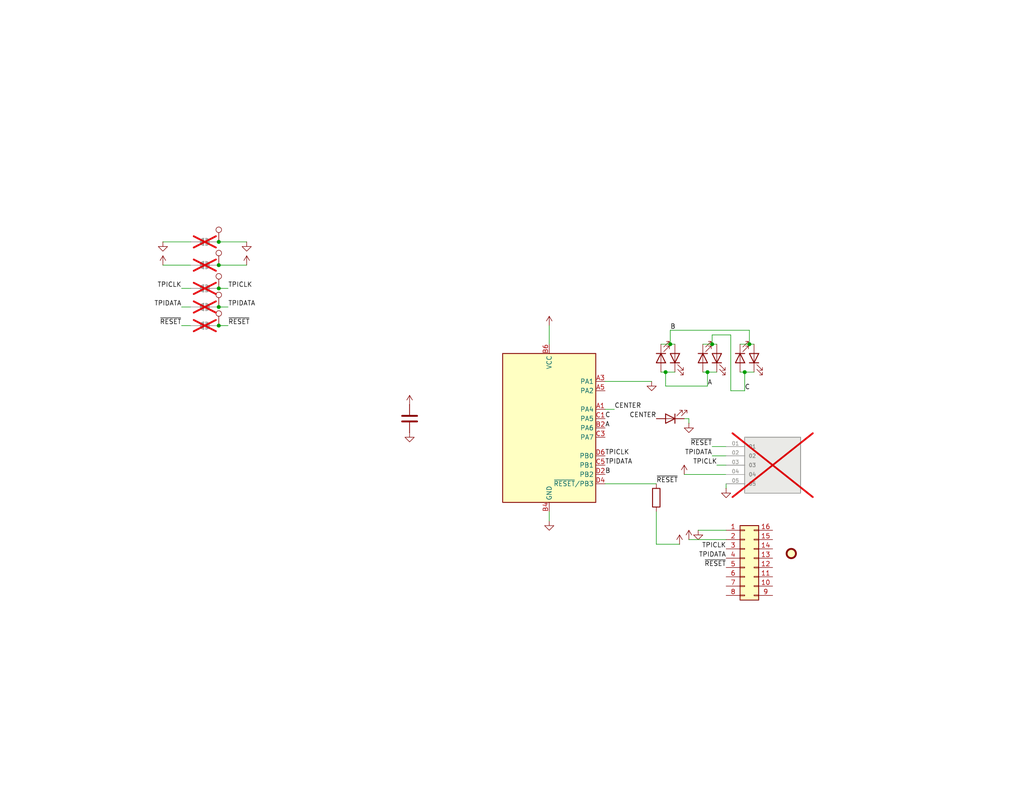
<source format=kicad_sch>
(kicad_sch (version 20250114) (generator "eeschema") (generator_version "9.0")
  (paper "USLetter")
  (title_block (title "PRR PLS") (date "2025-07-06") (rev "3") (company "Jim Keener"))
  (lib_symbols
    (symbol "Connector:TestPoint" (pin_numbers (hide yes)) (pin_names (offset 0.762) (hide yes))
      (property "Reference" "TP" (at 0 6.858 0))
      (property "Value" "TestPoint" (at 0 5.08 0))
      (symbol "TestPoint_0_1"
        (circle (center 0 3.302) (radius 0.762))
      )
      (symbol "TestPoint_1_1"
        (pin passive line (at 0 0 90) (length 2.54) (name "1") (number "1"))
      )
    )
    (symbol "Connector_Generic:Conn_02x08_Counter_Clockwise" (pin_names (offset 1.016) (hide yes))
      (property "Reference" "J" (at 1.27 10.16 0))
      (property "Value" "Conn_02x08_Counter_Clockwise" (at 1.27 -12.7 0))
      (symbol "Conn_02x08_Counter_Clockwise_1_1"
        (rectangle (start -1.27 8.89) (end 3.81 -11.43) (stroke (width 0.254)) (fill (type background)))
        (rectangle (start -1.27 7.747) (end 0 7.493) (stroke (width 0.1524)))
        (rectangle (start -1.27 5.207) (end 0 4.953) (stroke (width 0.1524)))
        (rectangle (start -1.27 2.667) (end 0 2.413) (stroke (width 0.1524)))
        (rectangle (start -1.27 0.127) (end 0 -0.127) (stroke (width 0.1524)))
        (rectangle (start -1.27 -2.413) (end 0 -2.667) (stroke (width 0.1524)))
        (rectangle (start -1.27 -4.953) (end 0 -5.207) (stroke (width 0.1524)))
        (rectangle (start -1.27 -7.493) (end 0 -7.747) (stroke (width 0.1524)))
        (rectangle (start -1.27 -10.033) (end 0 -10.287) (stroke (width 0.1524)))
        (rectangle (start 3.81 7.747) (end 2.54 7.493) (stroke (width 0.1524)))
        (rectangle (start 3.81 5.207) (end 2.54 4.953) (stroke (width 0.1524)))
        (rectangle (start 3.81 2.667) (end 2.54 2.413) (stroke (width 0.1524)))
        (rectangle (start 3.81 0.127) (end 2.54 -0.127) (stroke (width 0.1524)))
        (rectangle (start 3.81 -2.413) (end 2.54 -2.667) (stroke (width 0.1524)))
        (rectangle (start 3.81 -4.953) (end 2.54 -5.207) (stroke (width 0.1524)))
        (rectangle (start 3.81 -7.493) (end 2.54 -7.747) (stroke (width 0.1524)))
        (rectangle (start 3.81 -10.033) (end 2.54 -10.287) (stroke (width 0.1524)))
        (pin passive line (at -5.08 7.62 0) (length 3.81) (name "Pin_1") (number "1"))
        (pin passive line (at -5.08 5.08 0) (length 3.81) (name "Pin_2") (number "2"))
        (pin passive line (at -5.08 2.54 0) (length 3.81) (name "Pin_3") (number "3"))
        (pin passive line (at -5.08 0 0) (length 3.81) (name "Pin_4") (number "4"))
        (pin passive line (at -5.08 -2.54 0) (length 3.81) (name "Pin_5") (number "5"))
        (pin passive line (at -5.08 -5.08 0) (length 3.81) (name "Pin_6") (number "6"))
        (pin passive line (at -5.08 -7.62 0) (length 3.81) (name "Pin_7") (number "7"))
        (pin passive line (at -5.08 -10.16 0) (length 3.81) (name "Pin_8") (number "8"))
        (pin passive line (at 7.62 7.62 180) (length 3.81) (name "Pin_16") (number "16"))
        (pin passive line (at 7.62 5.08 180) (length 3.81) (name "Pin_15") (number "15"))
        (pin passive line (at 7.62 2.54 180) (length 3.81) (name "Pin_14") (number "14"))
        (pin passive line (at 7.62 0 180) (length 3.81) (name "Pin_13") (number "13"))
        (pin passive line (at 7.62 -2.54 180) (length 3.81) (name "Pin_12") (number "12"))
        (pin passive line (at 7.62 -5.08 180) (length 3.81) (name "Pin_11") (number "11"))
        (pin passive line (at 7.62 -7.62 180) (length 3.81) (name "Pin_10") (number "10"))
        (pin passive line (at 7.62 -10.16 180) (length 3.81) (name "Pin_9") (number "9"))
      )
    )
    (symbol "Device:C" (pin_numbers (hide yes)) (pin_names (offset 0.254))
      (property "Reference" "C" (at 0.635 2.54 0))
      (property "Value" "C" (at 0.635 -2.54 0))
      (symbol "C_0_1"
        (polyline (pts (xy -2.032 0.762) (xy 2.032 0.762)) (stroke (width 0.508)))
        (polyline (pts (xy -2.032 -0.762) (xy 2.032 -0.762)) (stroke (width 0.508)))
      )
      (symbol "C_1_1"
        (pin passive line (at 0 3.81 270) (length 2.794) (name "~") (number "1"))
        (pin passive line (at 0 -3.81 90) (length 2.794) (name "~") (number "2"))
      )
    )
    (symbol "Device:LED" (pin_numbers (hide yes)) (pin_names (offset 1.016) (hide yes))
      (property "Reference" "D" (at 0 2.54 0))
      (property "Value" "LED" (at 0 -2.54 0))
      (symbol "LED_0_1"
        (polyline (pts (xy -3.048 -0.762) (xy -4.572 -2.286) (xy -3.81 -2.286) (xy -4.572 -2.286) (xy -4.572 -1.524)))
        (polyline (pts (xy -1.778 -0.762) (xy -3.302 -2.286) (xy -2.54 -2.286) (xy -3.302 -2.286) (xy -3.302 -1.524)))
        (polyline (pts (xy -1.27 0) (xy 1.27 0)))
        (polyline (pts (xy -1.27 -1.27) (xy -1.27 1.27)) (stroke (width 0.254)))
        (polyline (pts (xy 1.27 -1.27) (xy 1.27 1.27) (xy -1.27 0) (xy 1.27 -1.27)) (stroke (width 0.254)))
      )
      (symbol "LED_1_1"
        (pin passive line (at -3.81 0 0) (length 2.54) (name "K") (number "1"))
        (pin passive line (at 3.81 0 180) (length 2.54) (name "A") (number "2"))
      )
    )
    (symbol "Device:R" (pin_numbers (hide yes)) (pin_names (offset 0))
      (property "Reference" "R" (at 2.032 0 90))
      (property "Value" "R" (at 0 0 90))
      (symbol "R_0_1"
        (rectangle (start -1.016 -2.54) (end 1.016 2.54) (stroke (width 0.254)))
      )
      (symbol "R_1_1"
        (pin passive line (at 0 3.81 270) (length 1.27) (name "~") (number "1"))
        (pin passive line (at 0 -3.81 90) (length 1.27) (name "~") (number "2"))
      )
    )
    (symbol "Jumper:SolderJumper_2_Open" (pin_numbers (hide yes)) (pin_names (offset 0) (hide yes)) (in_bom no)
      (property "Reference" "JP" (at 0 2.032 0))
      (property "Value" "SolderJumper_2_Open" (at 0 -2.54 0))
      (symbol "SolderJumper_2_Open_0_1"
        (polyline (pts (xy -0.254 1.016) (xy -0.254 -1.016)))
        (arc (start -0.254 -1.016) (mid -1.2656 0) (end -0.254 1.016))
        (arc (start -0.254 -1.016) (mid -1.2656 0) (end -0.254 1.016) (fill (type outline)))
        (arc (start 0.254 1.016) (mid 1.2656 0) (end 0.254 -1.016))
        (arc (start 0.254 1.016) (mid 1.2656 0) (end 0.254 -1.016) (fill (type outline)))
        (polyline (pts (xy 0.254 1.016) (xy 0.254 -1.016)))
      )
      (symbol "SolderJumper_2_Open_1_1"
        (pin passive line (at -3.81 0 0) (length 2.54) (name "A") (number "1"))
        (pin passive line (at 3.81 0 180) (length 2.54) (name "B") (number "2"))
      )
    )
    (symbol "MCU_Microchip_ATtiny:ATtiny20-U"
      (property "Reference" "U" (at -12.7 21.59 0))
      (property "Value" "ATtiny20-U" (at 2.54 -21.59 0))
      (symbol "ATtiny20-U_0_1"
        (rectangle (start -12.7 -20.32) (end 12.7 20.32) (stroke (width 0.254)) (fill (type background)))
      )
      (symbol "ATtiny20-U_1_1"
        (pin power_in line (at 0 22.86 270) (length 2.54) (name "VCC") (number "B6"))
        (pin power_in line (at 0 -22.86 90) (length 2.54) (name "GND") (number "B4"))
        (pin bidirectional line (at 15.24 12.7 180) (length 2.54) (name "PA1") (number "A3"))
        (pin bidirectional line (at 15.24 10.16 180) (length 2.54) (name "PA2") (number "A5"))
        (pin bidirectional line (at 15.24 5.08 180) (length 2.54) (name "PA4") (number "A1"))
        (pin bidirectional line (at 15.24 2.54 180) (length 2.54) (name "PA5") (number "C1"))
        (pin bidirectional line (at 15.24 0 180) (length 2.54) (name "PA6") (number "B2"))
        (pin bidirectional line (at 15.24 -2.54 180) (length 2.54) (name "PA7") (number "C3"))
        (pin bidirectional line (at 15.24 -7.62 180) (length 2.54) (name "PB0") (number "D6"))
        (pin bidirectional line (at 15.24 -10.16 180) (length 2.54) (name "PB1") (number "C5"))
        (pin bidirectional line (at 15.24 -12.7 180) (length 2.54) (name "PB2") (number "D2"))
        (pin bidirectional line (at 15.24 -15.24 180) (length 2.54) (name "~{RESET}/PB3") (number "D4"))
      )
    )
    (symbol "Mechanical:Fiducial" (in_bom no)
      (property "Reference" "FID" (at 0 5.08 0))
      (property "Value" "Fiducial" (at 0 3.175 0))
      (symbol "Fiducial_0_1"
        (circle (center 0 0) (radius 1.27) (stroke (width 0.508)) (fill (type background)))
      )
    )
    (symbol "SEI-105-02-GF-S-M-AT:SEI-105-02-GF-S-M-AT" (pin_names (offset 1.016))
      (property "Reference" "J" (at -8.12 7.62 0))
      (property "Value" "SEI-105-02-GF-S-M-AT" (at -7.62 -10.16 0))
      (symbol "SEI-105-02-GF-S-M-AT_0_0"
        (rectangle (start -7.62 -7.62) (end 7.62 7.62) (stroke (width 0.254)) (fill (type background)))
        (pin passive line (at -12.7 5.08 0) (length 5.08) (name "01") (number "01"))
        (pin passive line (at -12.7 2.54 0) (length 5.08) (name "02") (number "02"))
        (pin passive line (at -12.7 0 0) (length 5.08) (name "03") (number "03"))
        (pin passive line (at -12.7 -2.54 0) (length 5.08) (name "04") (number "04"))
        (pin passive line (at -12.7 -5.08 0) (length 5.08) (name "05") (number "05"))
      )
    )
    (symbol "power:+5V" (power) (pin_numbers (hide yes)) (pin_names (offset 0) (hide yes))
      (property "Value" "+5V" (at 0 3.556 0))
      (symbol "+5V_0_1"
        (polyline (pts (xy -0.762 1.27) (xy 0 2.54)))
        (polyline (pts (xy 0 2.54) (xy 0.762 1.27)))
        (polyline (pts (xy 0 0) (xy 0 2.54)))
      )
      (symbol "+5V_1_1"
        (pin power_in line (at 0 0 90) (length 0) (name "~") (number "1"))
      )
    )
    (symbol "power:GND" (power) (pin_numbers (hide yes)) (pin_names (offset 0) (hide yes))
      (property "Value" "GND" (at 0 -3.81 0))
      (symbol "GND_0_1"
        (polyline (pts (xy 0 0) (xy 0 -1.27) (xy 1.27 -1.27) (xy 0 -2.54) (xy -1.27 -1.27) (xy 0 -1.27)))
      )
      (symbol "GND_1_1"
        (pin power_in line (at 0 0 270) (length 0) (name "~") (number "1"))
      )
    )
  )
  (junction (at 182.88 93.98))
  (junction (at 181.61 101.6))
  (junction (at 203.2 101.6))
  (junction (at 194.31 93.98))
  (junction (at 59.69 78.74))
  (junction (at 59.69 83.82))
  (junction (at 59.69 72.39))
  (junction (at 204.47 93.98))
  (junction (at 59.69 88.9))
  (junction (at 59.69 66.04))
  (junction (at 193.04 101.6))
  (wire (pts (xy 44.45 72.39) (xy 52.07 72.39)))
  (wire (pts (xy 181.61 101.6) (xy 184.15 101.6)))
  (wire (pts (xy 49.53 78.74) (xy 52.07 78.74)))
  (wire (pts (xy 182.88 93.98) (xy 184.15 93.98)))
  (wire (pts (xy 204.47 93.98) (xy 205.74 93.98)))
  (wire (pts (xy 194.31 93.98) (xy 195.58 93.98)))
  (wire (pts (xy 62.23 83.82) (xy 59.69 83.82)))
  (wire (pts (xy 194.31 124.46) (xy 198.12 124.46)))
  (wire (pts (xy 204.47 90.17) (xy 204.47 93.98)))
  (wire (pts (xy 181.61 105.41) (xy 193.04 105.41)))
  (wire (pts (xy 165.1 132.08) (xy 179.07 132.08)))
  (wire (pts (xy 165.1 104.14) (xy 177.8 104.14)))
  (wire (pts (xy 67.31 72.39) (xy 59.69 72.39)))
  (wire (pts (xy 67.31 66.04) (xy 59.69 66.04)))
  (wire (pts (xy 191.77 101.6) (xy 193.04 101.6)))
  (wire (pts (xy 201.93 93.98) (xy 204.47 93.98)))
  (wire (pts (xy 180.34 93.98) (xy 182.88 93.98)))
  (wire (pts (xy 186.69 129.54) (xy 198.12 129.54)))
  (wire (pts (xy 149.86 139.7) (xy 149.86 142.24)))
  (wire (pts (xy 194.31 91.44) (xy 194.31 93.98)))
  (wire (pts (xy 203.2 106.68) (xy 203.2 101.6)))
  (wire (pts (xy 193.04 101.6) (xy 195.58 101.6)))
  (wire (pts (xy 191.77 93.98) (xy 194.31 93.98)))
  (wire (pts (xy 49.53 83.82) (xy 52.07 83.82)))
  (wire (pts (xy 149.86 88.9) (xy 149.86 93.98)))
  (wire (pts (xy 193.04 105.41) (xy 193.04 101.6)))
  (wire (pts (xy 62.23 88.9) (xy 59.69 88.9)))
  (wire (pts (xy 194.31 121.92) (xy 198.12 121.92)))
  (wire (pts (xy 195.58 127) (xy 198.12 127)))
  (wire (pts (xy 181.61 105.41) (xy 181.61 101.6)))
  (wire (pts (xy 201.93 101.6) (xy 203.2 101.6)))
  (wire (pts (xy 204.47 90.17) (xy 182.88 90.17)))
  (wire (pts (xy 180.34 101.6) (xy 181.61 101.6)))
  (wire (pts (xy 199.39 106.68) (xy 199.39 91.44)))
  (wire (pts (xy 186.69 114.3) (xy 187.96 114.3)))
  (wire (pts (xy 62.23 78.74) (xy 59.69 78.74)))
  (wire (pts (xy 182.88 90.17) (xy 182.88 93.98)))
  (wire (pts (xy 190.5 144.78) (xy 198.12 144.78)))
  (wire (pts (xy 165.1 111.76) (xy 167.64 111.76)))
  (wire (pts (xy 44.45 66.04) (xy 52.07 66.04)))
  (wire (pts (xy 49.53 88.9) (xy 52.07 88.9)))
  (wire (pts (xy 185.42 148.59) (xy 179.07 148.59)))
  (wire (pts (xy 203.2 101.6) (xy 205.74 101.6)))
  (wire (pts (xy 187.96 147.32) (xy 198.12 147.32)))
  (wire (pts (xy 198.12 133.35) (xy 198.12 132.08)))
  (wire (pts (xy 187.96 114.3) (xy 187.96 115.57)))
  (wire (pts (xy 199.39 106.68) (xy 203.2 106.68)))
  (wire (pts (xy 199.39 91.44) (xy 194.31 91.44)))
  (wire (pts (xy 179.07 148.59) (xy 179.07 139.7)))
  (label "TPIDATA" (at 49.53 83.82 180))
  (label "TPIDATA" (at 194.31 124.46 180))
  (label "CENTER" (at 179.07 114.3 180))
  (label "TPIDATA" (at 62.23 83.82 0))
  (label "TPICLK" (at 165.1 124.46 0))
  (label "CENTER" (at 167.64 111.76 0))
  (label "~{RESET}" (at 198.12 154.94 180))
  (label "TPIDATA" (at 165.1 127 0))
  (label "TPICLK" (at 195.6866 127 180))
  (label "~{RESET}" (at 194.31 121.92 180))
  (label "B" (at 165.1 129.54 0))
  (label "~{RESET}" (at 62.23 88.9 0))
  (label "TPICLK" (at 198.12 149.86 180))
  (label "B" (at 182.88 90.17 0))
  (label "TPICLK" (at 49.53 78.74 180))
  (label "C" (at 203.2 106.68 0))
  (label "~{RESET}" (at 179.07 132.08 0))
  (label "C" (at 165.1 114.3 0))
  (label "TPICLK" (at 62.23 78.74 0))
  (label "TPIDATA" (at 198.12 152.4 180))
  (label "A" (at 165.1 116.84 0))
  (label "~{RESET}" (at 49.53 88.9 180))
  (label "A" (at 193.04 105.41 0))
  (symbol (lib_id "power:GND") (at 187.96 115.57 0) (unit 1)
    (property "Reference" "#PWR01003" (effects (hide yes)))
    (property "Value" "GND" (effects (hide yes)))
    (property "Description" "Power symbol creates a global label with name \"GND\" , ground" (effects (hide yes)))
  )
  (symbol (lib_id "power:GND") (at 177.8 104.14 0) (unit 1)
    (property "Reference" "#PWR01004" (effects (hide yes)))
    (property "Value" "GND" (effects (hide yes)))
    (property "Description" "Power symbol creates a global label with name \"GND\" , ground" (effects (hide yes)))
  )
  (symbol (lib_id "Connector:TestPoint") (at 59.69 72.39 0) (unit 1) (in_bom no)
    (property "Reference" "TP1002" (effects (hide yes)))
    (property "Value" "TestPoint" (effects (hide yes)))
    (property "Footprint" "JSK:TestPoint_Keystone_1005" (effects (hide yes)))
    (property "Description" "test point" (effects (hide yes)))
  )
  (symbol (lib_id "power:+5V") (at 185.42 148.59 0) (unit 1)
    (property "Reference" "#PWR04" (effects (hide yes)))
    (property "Value" "+5V" (effects (hide yes)))
    (property "Description" "Power symbol creates a global label with name \"+5V\"" (effects (hide yes)))
  )
  (symbol (lib_id "Device:C") (at 111.76 114.3 0) (unit 1)
    (property "Reference" "C1" (effects (hide yes)))
    (property "Value" "100nF" (effects (hide yes)))
    (property "Footprint" "Capacitor_SMD:C_0402_1005Metric" (effects (hide yes)))
    (property "Description" "Unpolarized capacitor" (effects (hide yes)))
    (property "LCSC" "C22435938" (effects (hide yes)))
    (property "MANUFACTURER" "HRE" (effects (hide yes)))
    (property "PARTREV" "CGA0402X7R104K6R3GT" (effects (hide yes)))
    (property "Can Substitute" "Yes" (effects (hide yes)))
  )
  (symbol (lib_id "power:+5V") (at 187.96 147.32 0) (unit 1)
    (property "Reference" "#PWR01007" (effects (hide yes)))
    (property "Value" "+5V" (effects (hide yes)))
    (property "Description" "Power symbol creates a global label with name \"+5V\"" (effects (hide yes)))
  )
  (symbol (lib_id "Connector:TestPoint") (at 59.69 78.74 0) (unit 1) (in_bom no)
    (property "Reference" "TP1003" (effects (hide yes)))
    (property "Value" "TestPoint" (effects (hide yes)))
    (property "Footprint" "JSK:TestPoint_Keystone_1005" (effects (hide yes)))
    (property "Description" "test point" (effects (hide yes)))
  )
  (symbol (lib_id "Connector_Generic:Conn_02x08_Counter_Clockwise") (at 203.2 152.4 0) (unit 1) (in_bom no)
    (property "Reference" "J1" (effects (hide yes)))
    (property "Value" "Conn_02x08_Counter_Clockwise" (effects (hide yes)))
    (property "Footprint" "JSK:16-pin-clip-dbg" (effects (hide yes)))
    (property "Description" "Generic connector, double row, 02x08, counter clockwise pin numbering scheme (similar to DIP package numbering), script generated (kicad-library-utils/schlib/autogen/connector/)" (effects (hide yes)))
  )
  (symbol (lib_id "Jumper:SolderJumper_2_Open") (at 55.88 88.9 0) (unit 1) (in_bom no) (dnp yes)
    (property "Reference" "JP1005" (effects (hide yes)))
    (property "Value" "SolderJumper_2_Open" (effects (hide yes)))
    (property "Footprint" "JSK:solderbridge_R_0201_0603Metric_as_solderbridge" (effects (hide yes)))
    (property "Description" "Solder Jumper, 2-pole, open" (effects (hide yes)))
  )
  (symbol (lib_id "Device:LED") (at 184.15 97.79 90) (unit 1)
    (property "Reference" "D5" (effects (hide yes)))
    (property "Value" "YELLOW LED" (effects (hide yes)))
    (property "Footprint" "LED_SMD:LED_0402_1005Metric" (effects (hide yes)))
    (property "Description" "Light emitting diode" (effects (hide yes)))
    (property "Sim.Pins" "1=K 2=A" (effects (hide yes)))
    (property "Can Substitute" "Yes" (effects (hide yes)))
    (property "LCSC" "C779450" (effects (hide yes)))
    (property "MANUFACTURER" "TUOZHAN" (effects (hide yes)))
    (property "PARTREV" "TZ-P2-0402YTIA1-0.45T" (effects (hide yes)))
  )
  (symbol (lib_id "power:GND") (at 198.12 133.35 0) (unit 1)
    (property "Reference" "#PWR01001" (effects (hide yes)))
    (property "Value" "GND" (effects (hide yes)))
    (property "Description" "Power symbol creates a global label with name \"GND\" , ground" (effects (hide yes)))
  )
  (symbol (lib_id "power:+5V") (at 44.45 72.39 0) (unit 1)
    (property "Reference" "#PWR01012" (effects (hide yes)))
    (property "Value" "+5V" (effects (hide yes)))
    (property "Description" "Power symbol creates a global label with name \"+5V\"" (effects (hide yes)))
  )
  (symbol (lib_id "Device:LED") (at 201.93 97.79 90) (mirror x) (unit 1)
    (property "Reference" "D6" (effects (hide yes)))
    (property "Value" "YELLOW LED" (effects (hide yes)))
    (property "Footprint" "LED_SMD:LED_0402_1005Metric" (effects (hide yes)))
    (property "Description" "Light emitting diode" (effects (hide yes)))
    (property "Sim.Pins" "1=K 2=A" (effects (hide yes)))
    (property "Can Substitute" "Yes" (effects (hide yes)))
    (property "LCSC" "C779450" (effects (hide yes)))
    (property "MANUFACTURER" "TUOZHAN" (effects (hide yes)))
    (property "PARTREV" "TZ-P2-0402YTIA1-0.45T" (effects (hide yes)))
  )
  (symbol (lib_id "Jumper:SolderJumper_2_Open") (at 55.88 83.82 0) (unit 1) (in_bom no) (dnp yes)
    (property "Reference" "JP1004" (effects (hide yes)))
    (property "Value" "SolderJumper_2_Open" (effects (hide yes)))
    (property "Footprint" "JSK:solderbridge_R_0201_0603Metric_as_solderbridge" (effects (hide yes)))
    (property "Description" "Solder Jumper, 2-pole, open" (effects (hide yes)))
  )
  (symbol (lib_id "power:+5V") (at 186.69 129.54 0) (unit 1)
    (property "Reference" "#PWR01002" (effects (hide yes)))
    (property "Value" "+5V" (effects (hide yes)))
    (property "Description" "Power symbol creates a global label with name \"+5V\"" (effects (hide yes)))
  )
  (symbol (lib_id "power:+5V") (at 111.76 110.49 0) (unit 1)
    (property "Reference" "#PWR01005" (effects (hide yes)))
    (property "Value" "+5V" (effects (hide yes)))
    (property "Description" "Power symbol creates a global label with name \"+5V\"" (effects (hide yes)))
  )
  (symbol (lib_id "MCU_Microchip_ATtiny:ATtiny20-U") (at 149.86 116.84 0) (unit 1)
    (property "Reference" "U1" (effects (hide yes)))
    (property "Value" "ATtiny20-UUR" (effects (hide yes)))
    (property "Footprint" "JSK:WLCSP-12_1.403x1.555mm_Layout6x4_P0.4mm_Stagger" (effects (hide yes)))
    (property "Datasheet" "http://ww1.microchip.com/downloads/en/DeviceDoc/atmel-8235-8-bit-avr-microcontroller-attiny20_datasheet.pdf" (effects (hide yes)))
    (property "Description" "12MHz, 2kB Flash, 128B SRAM, No EEPROM, WLCSP-12" (effects (hide yes)))
    (property "LCSC" "C219130" (effects (hide yes)))
    (property "DigiKey" "ATTINY20-UURCT-ND" (effects (hide yes)))
    (property "Can Substitute" "No" (effects (hide yes)))
    (property "MANUFACTURER" "Microchip" (effects (hide yes)))
    (property "PARTREV" "ATtiny20-UUR" (effects (hide yes)))
  )
  (symbol (lib_id "Device:LED") (at 195.58 97.79 90) (unit 1)
    (property "Reference" "D3" (effects (hide yes)))
    (property "Value" "YELLOW LED" (effects (hide yes)))
    (property "Footprint" "LED_SMD:LED_0402_1005Metric" (effects (hide yes)))
    (property "Description" "Light emitting diode" (effects (hide yes)))
    (property "Sim.Pins" "1=K 2=A" (effects (hide yes)))
    (property "Can Substitute" "Yes" (effects (hide yes)))
    (property "LCSC" "C779450" (effects (hide yes)))
    (property "MANUFACTURER" "TUOZHAN" (effects (hide yes)))
    (property "PARTREV" "TZ-P2-0402YTIA1-0.45T" (effects (hide yes)))
  )
  (symbol (lib_id "Jumper:SolderJumper_2_Open") (at 55.88 78.74 0) (unit 1) (in_bom no) (dnp yes)
    (property "Reference" "JP1003" (effects (hide yes)))
    (property "Value" "SolderJumper_2_Open" (effects (hide yes)))
    (property "Footprint" "JSK:solderbridge_R_0201_0603Metric_as_solderbridge" (effects (hide yes)))
    (property "Description" "Solder Jumper, 2-pole, open" (effects (hide yes)))
  )
  (symbol (lib_id "Jumper:SolderJumper_2_Open") (at 55.88 66.04 0) (unit 1) (in_bom no) (dnp yes)
    (property "Reference" "JP1001" (effects (hide yes)))
    (property "Value" "SolderJumper_2_Open" (effects (hide yes)))
    (property "Footprint" "JSK:solderbridge_R_0201_0603Metric_as_solderbridge" (effects (hide yes)))
    (property "Description" "Solder Jumper, 2-pole, open" (effects (hide yes)))
  )
  (symbol (lib_id "SEI-105-02-GF-S-M-AT:SEI-105-02-GF-S-M-AT") (at 210.82 127 0) (unit 1) (in_bom no) (dnp yes)
    (property "Reference" "J2" (effects (hide yes)))
    (property "Value" "SEI-105-02-GF-S-M-AT" (effects (hide yes)))
    (property "Footprint" "JSK:sei-105-mating" (effects (hide yes)))
    (property "STANDARD" "Manufacturer Recommendations" (effects (hide yes)))
  )
  (symbol (lib_id "Connector:TestPoint") (at 59.69 88.9 0) (unit 1) (in_bom no)
    (property "Reference" "TP1005" (effects (hide yes)))
    (property "Value" "TestPoint" (effects (hide yes)))
    (property "Footprint" "JSK:TestPoint_Keystone_1005" (effects (hide yes)))
    (property "Description" "test point" (effects (hide yes)))
  )
  (symbol (lib_id "power:+5V") (at 67.31 72.39 0) (mirror y) (unit 1)
    (property "Reference" "#PWR01010" (effects (hide yes)))
    (property "Value" "+5V" (effects (hide yes)))
    (property "Description" "Power symbol creates a global label with name \"+5V\"" (effects (hide yes)))
  )
  (symbol (lib_id "Device:LED") (at 205.74 97.79 90) (unit 1)
    (property "Reference" "D7" (effects (hide yes)))
    (property "Value" "YELLOW LED" (effects (hide yes)))
    (property "Footprint" "LED_SMD:LED_0402_1005Metric" (effects (hide yes)))
    (property "Description" "Light emitting diode" (effects (hide yes)))
    (property "Sim.Pins" "1=K 2=A" (effects (hide yes)))
    (property "Can Substitute" "Yes" (effects (hide yes)))
    (property "LCSC" "C779450" (effects (hide yes)))
    (property "MANUFACTURER" "TUOZHAN" (effects (hide yes)))
    (property "PARTREV" "TZ-P2-0402YTIA1-0.45T" (effects (hide yes)))
  )
  (symbol (lib_id "Device:LED") (at 182.88 114.3 180) (unit 1)
    (property "Reference" "D4" (effects (hide yes)))
    (property "Value" "YELLOW LED" (effects (hide yes)))
    (property "Footprint" "LED_SMD:LED_0402_1005Metric" (effects (hide yes)))
    (property "Description" "Light emitting diode" (effects (hide yes)))
    (property "Sim.Pins" "1=K 2=A" (effects (hide yes)))
    (property "Can Substitute" "Yes" (effects (hide yes)))
    (property "LCSC" "C779450" (effects (hide yes)))
    (property "MANUFACTURER" "TUOZHAN" (effects (hide yes)))
    (property "PARTREV" "TZ-P2-0402YTIA1-0.45T" (effects (hide yes)))
  )
  (symbol (lib_id "Mechanical:Fiducial") (at 215.9 151.13 0) (unit 1) (in_bom no)
    (property "Reference" "FID1" (effects (hide yes)))
    (property "Value" "Fiducial" (effects (hide yes)))
    (property "Footprint" "Fiducial:Fiducial_0.5mm_Mask1mm" (effects (hide yes)))
    (property "Description" "Fiducial Marker" (effects (hide yes)))
  )
  (symbol (lib_id "Connector:TestPoint") (at 59.69 66.04 0) (unit 1) (in_bom no)
    (property "Reference" "TP1001" (effects (hide yes)))
    (property "Value" "TestPoint" (effects (hide yes)))
    (property "Footprint" "JSK:TestPoint_Keystone_1005" (effects (hide yes)))
    (property "Description" "test point" (effects (hide yes)))
  )
  (symbol (lib_id "Jumper:SolderJumper_2_Open") (at 55.88 72.39 0) (unit 1) (in_bom no) (dnp yes)
    (property "Reference" "JP1002" (effects (hide yes)))
    (property "Value" "SolderJumper_2_Open" (effects (hide yes)))
    (property "Footprint" "JSK:solderbridge_R_0201_0603Metric_as_solderbridge" (effects (hide yes)))
    (property "Description" "Solder Jumper, 2-pole, open" (effects (hide yes)))
  )
  (symbol (lib_id "power:GND") (at 190.5 144.78 0) (unit 1)
    (property "Reference" "#PWR01008" (effects (hide yes)))
    (property "Value" "GND" (effects (hide yes)))
    (property "Description" "Power symbol creates a global label with name \"GND\" , ground" (effects (hide yes)))
  )
  (symbol (lib_id "Device:R") (at 179.07 135.89 0) (unit 1)
    (property "Reference" "R1" (effects (hide yes)))
    (property "Value" "1M" (effects (hide yes)))
    (property "Footprint" "Resistor_SMD:R_0402_1005Metric" (effects (hide yes)))
    (property "Description" "Resistor" (effects (hide yes)))
    (property "Can Substitute" "Yes" (effects (hide yes)))
    (property "LCSC" "C138033" (effects (hide yes)))
    (property "MANUFACTURER" "YAGEO" (effects (hide yes)))
    (property "PARTREV" "RC0402FR-071ML" (effects (hide yes)))
  )
  (symbol (lib_id "power:GND") (at 67.31 66.04 0) (mirror y) (unit 1)
    (property "Reference" "#PWR01009" (effects (hide yes)))
    (property "Value" "GND" (effects (hide yes)))
    (property "Description" "Power symbol creates a global label with name \"GND\" , ground" (effects (hide yes)))
  )
  (symbol (lib_id "power:GND") (at 111.76 118.11 0) (unit 1)
    (property "Reference" "#PWR01006" (effects (hide yes)))
    (property "Value" "GND" (effects (hide yes)))
    (property "Description" "Power symbol creates a global label with name \"GND\" , ground" (effects (hide yes)))
  )
  (symbol (lib_id "power:GND") (at 149.86 142.24 0) (unit 1)
    (property "Reference" "#PWR01" (effects (hide yes)))
    (property "Value" "GND" (effects (hide yes)))
    (property "Description" "Power symbol creates a global label with name \"GND\" , ground" (effects (hide yes)))
  )
  (symbol (lib_id "power:+5V") (at 149.86 88.9 0) (unit 1)
    (property "Reference" "#PWR03" (effects (hide yes)))
    (property "Value" "+5V" (effects (hide yes)))
    (property "Description" "Power symbol creates a global label with name \"+5V\"" (effects (hide yes)))
  )
  (symbol (lib_id "Connector:TestPoint") (at 59.69 83.82 0) (unit 1) (in_bom no)
    (property "Reference" "TP1004" (effects (hide yes)))
    (property "Value" "TestPoint" (effects (hide yes)))
    (property "Footprint" "JSK:TestPoint_Keystone_1005" (effects (hide yes)))
    (property "Description" "test point" (effects (hide yes)))
  )
  (symbol (lib_id "Device:LED") (at 180.34 97.79 90) (mirror x) (unit 1)
    (property "Reference" "D2" (effects (hide yes)))
    (property "Value" "YELLOW LED" (effects (hide yes)))
    (property "Footprint" "LED_SMD:LED_0402_1005Metric" (effects (hide yes)))
    (property "Description" "Light emitting diode" (effects (hide yes)))
    (property "Sim.Pins" "1=K 2=A" (effects (hide yes)))
    (property "Can Substitute" "Yes" (effects (hide yes)))
    (property "LCSC" "C779450" (effects (hide yes)))
    (property "MANUFACTURER" "TUOZHAN" (effects (hide yes)))
    (property "PARTREV" "TZ-P2-0402YTIA1-0.45T" (effects (hide yes)))
  )
  (symbol (lib_id "Device:LED") (at 191.77 97.79 90) (mirror x) (unit 1)
    (property "Reference" "D1" (effects (hide yes)))
    (property "Value" "YELLOW LED" (effects (hide yes)))
    (property "Footprint" "LED_SMD:LED_0402_1005Metric" (effects (hide yes)))
    (property "Description" "Light emitting diode" (effects (hide yes)))
    (property "Sim.Pins" "1=K 2=A" (effects (hide yes)))
    (property "Can Substitute" "Yes" (effects (hide yes)))
    (property "LCSC" "C779450" (effects (hide yes)))
    (property "MANUFACTURER" "TUOZHAN" (effects (hide yes)))
    (property "PARTREV" "TZ-P2-0402YTIA1-0.45T" (effects (hide yes)))
  )
  (symbol (lib_id "power:GND") (at 44.45 66.04 0) (unit 1)
    (property "Reference" "#PWR01011" (effects (hide yes)))
    (property "Value" "GND" (effects (hide yes)))
    (property "Description" "Power symbol creates a global label with name \"GND\" , ground" (effects (hide yes)))
  )
)
</source>
